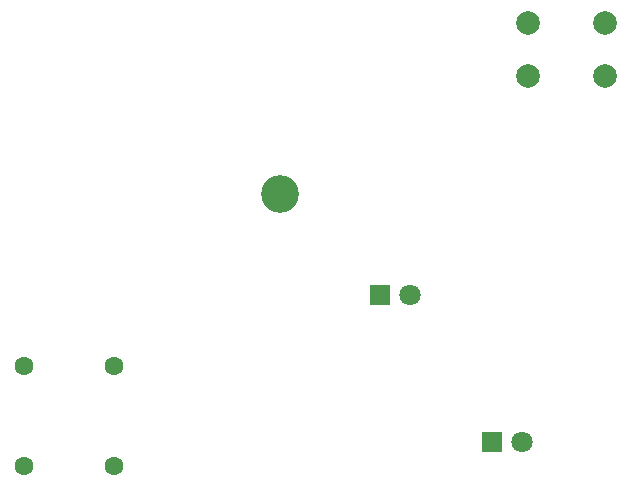
<source format=gbr>
%TF.GenerationSoftware,KiCad,Pcbnew,9.0.2*%
%TF.CreationDate,2025-06-04T18:39:41-07:00*%
%TF.ProjectId,butterfly3,62757474-6572-4666-9c79-332e6b696361,rev?*%
%TF.SameCoordinates,Original*%
%TF.FileFunction,Soldermask,Top*%
%TF.FilePolarity,Negative*%
%FSLAX46Y46*%
G04 Gerber Fmt 4.6, Leading zero omitted, Abs format (unit mm)*
G04 Created by KiCad (PCBNEW 9.0.2) date 2025-06-04 18:39:41*
%MOMM*%
%LPD*%
G01*
G04 APERTURE LIST*
%ADD10C,3.200000*%
%ADD11C,1.600000*%
%ADD12R,1.800000X1.800000*%
%ADD13C,1.800000*%
%ADD14C,2.000000*%
G04 APERTURE END LIST*
D10*
%TO.C,REF\u002A\u002A*%
X143000000Y-91000000D03*
%TD*%
D11*
%TO.C,R2*%
X129000000Y-114000000D03*
X121380000Y-114000000D03*
%TD*%
%TO.C,R1*%
X129000000Y-105500000D03*
X121380000Y-105500000D03*
%TD*%
D12*
%TO.C,D2*%
X160960000Y-112000000D03*
D13*
X163500000Y-112000000D03*
%TD*%
D12*
%TO.C,D1*%
X151460000Y-99500000D03*
D13*
X154000000Y-99500000D03*
%TD*%
D14*
%TO.C,SW1*%
X164000000Y-76500000D03*
X170500000Y-76500000D03*
X164000000Y-81000000D03*
X170500000Y-81000000D03*
%TD*%
M02*

</source>
